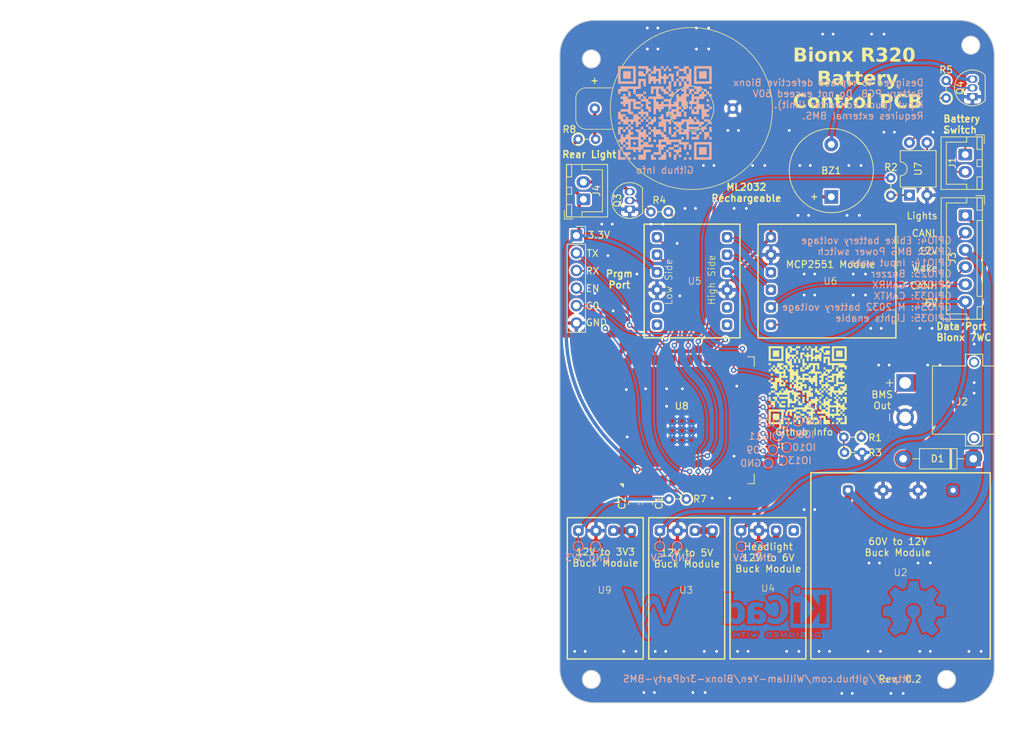
<source format=kicad_pcb>
(kicad_pcb (version 20240108) (generator "pcbnew") (generator_version "8.0")
  (title_block (date "2024-05-04") (rev "0.1") (comment 4 "AISLER Project ID: UHHHDROX"))
  (layers (0 "F.Cu" signal) (31 "B.Cu" signal) (34 "B.Paste" user) (35 "F.Paste" user) (36 "B.SilkS" user "B.Silkscreen") (37 "F.SilkS" user "F.Silkscreen") (38 "B.Mask" user) (39 "F.Mask" user) (44 "Edge.Cuts" user))
  (net 0 "")
  (net 1 "+BATT")
  (net 2 "-BATT")
  (net 3 "+12V")
  (net 4 "+5V")
  (net 5 "Net-(Q3-B)")
  (net 6 "/CAN_L")
  (net 7 "/CAN_H")
  (net 8 "/Ride+_Wakepin")
  (net 9 "+3.3V")
  (net 10 "Net-(Q4-B)")
  (net 11 "/LightsEnable_pin")
  (net 12 "/CAN_TX")
  (net 13 "/PowerSwitch_pin")
  (net 14 "/CAN_RX")
  (net 15 "/buzzer_pin")
  (net 16 "Net-(D1-K)")
  (net 17 "/batteryRead_pin")
  (net 22 "Net-(U5-HV2)")
  (net 23 "Net-(U5-HV1)")
  (net 24 "Net-(J4-Pin_2)")
  (net 25 "unconnected-(U8-SCK{slash}CLK-Pad20)")
  (net 28 "unconnected-(U8-SCS{slash}CMD-Pad19)")
  (net 29 "unconnected-(U8-SDI{slash}SD1-Pad22)")
  (net 35 "unconnected-(U8-SWP{slash}SD3-Pad18)")
  (net 36 "unconnected-(U8-IO13-Pad16)")
  (net 37 "unconnected-(U8-SDO{slash}SD0-Pad21)")
  (net 44 "unconnected-(U8-SHD{slash}SD2-Pad17)")
  (net 45 "/Power-circuitry/LightsEnable_pin")
  (net 46 "Net-(BT1-+)")
  (net 47 "Net-(BZ1--)")
  (net 48 "/TX0")
  (net 49 "/RX0")
  (net 50 "/IO0")
  (net 51 "/EN")
  (net 52 "Net-(R2-Pad1)")
  (net 53 "Net-(J1-Pin_1)")
  (net 54 "Net-(J1-Pin_2)")
  (net 57 "Headlight_power")
  (footprint "Aliexpress_Modules:MCP2551 Module" (layer "F.Cu") (at 185.293 73.406 -90)
    (property "Reference" "U6")
    (property "Value" "MCP2551_Module")
  )
  (footprint "Aliexpress_Modules:Logic Level Converter Module" (layer "F.Cu") (at 165.735001 73.406 -90)
    (property "Reference" "U5")
    (property "Value" "4-channel_LevelShifter")
  )
  (footprint "Package_DIP:DIP-4_W7.62mm" (layer "F.Cu") (at 197.25 60.94 90)
    (property "Reference" "U7")
    (property "Value" "PC817")
  )
  (footprint "Resistor_THT:R_Axial_DIN0204_L3.6mm_D1.6mm_P2.54mm_Vertical" (layer "F.Cu") (at 149.225 52.832)
    (property "Reference" "R8")
    (property "Value" "680R")
  )
  (footprint "Connector_PinSocket_2.54mm:PinSocket_1x06_P2.54mm_Vertical" (layer "F.Cu") (at 148.971 66.802)
    (property "Reference" "J5" (hide yes))
    (property "Value" "Conn_01x06")
  )
  (footprint "Connector_JST:JST_XH_B6B-XH-A_1x06_P2.50mm_Vertical" (layer "F.Cu") (at 205.359 63.881 -90)
    (property "Reference" "J3")
    (property "Value" "Conn_01x06")
  )
  (footprint "Aliexpress_Modules:Adj Buck Module" (layer "F.Cu") (at 164.8841 117.7417 180)
    (property "Reference" "U3")
    (property "Value" "Adj_Buck_Module")
  )
  (footprint "batteryHolders_custom:2032_THT" (layer "F.Cu") (at 165.638 48.387)
    (property "Reference" "BT1")
    (property "Value" "Battery_Cell")
  )
  (footprint "Capacitor_SMD:C_0805_2012Metric" (layer "F.Cu") (at 159.270803 105.577601 -90)
    (property "Reference" "C1")
    (property "Value" "10uF")
  )
  (footprint "Resistor_THT:R_Axial_DIN0204_L3.6mm_D1.6mm_P2.54mm_Vertical" (layer "F.Cu") (at 202.5694 46.863 90)
    (property "Reference" "R5")
    (property "Value" "220R")
  )
  (footprint "Logos:bionxboardGithub_qrcode" (layer "F.Cu") (at 182.499 88.519)
    (property "Reference" "G***" (hide yes))
    (property "Value" "LOGO" (hide yes))
  )
  (footprint "Package_TO_SOT_THT:TO-92_Inline" (layer "F.Cu") (at 156.697 62.992 90)
    (property "Reference" "Q3")
    (property "Value" "2N3904")
  )
  (footprint "Resistor_THT:R_Axial_DIN0204_L3.6mm_D1.6mm_P2.54mm_Vertical" (layer "F.Cu") (at 164.923 105.029 180)
    (property "Reference" "R7")
    (property "Value" "10k")
  )
  (footprint "Buzzer_Beeper:Buzzer_12x9.5RM7.6" (layer "F.Cu") (at 185.92 61.19 90)
    (property "Reference" "BZ1")
    (property "Value" "Buzzer")
  )
  (footprint "Resistor_THT:R_Axial_DIN0204_L3.6mm_D1.6mm_P2.54mm_Vertical" (layer "F.Cu") (at 187.84 98.268)
    (property "Reference" "R3")
    (property "Value" "5.1k")
  )
  (footprint "RF_Module:ESP32-WROOM-32E" (layer "F.Cu") (at 161.798 93.599 90)
    (property "Reference" "U8")
    (property "Value" "ESP32-WROOM-32D")
  )
  (footprint "Connector_JST:JST_XH_B2B-XH-A_1x02_P2.50mm_Vertical" (layer "F.Cu") (at 149.987 61.555 90)
    (property "Reference" "J4")
    (property "Value" "Conn_01x02")
  )
  (footprint "Resistor_THT:R_Axial_DIN0204_L3.6mm_D1.6mm_P2.54mm_Vertical" (layer "F.Cu") (at 162.3068 63.373 180)
    (property "Reference" "R4")
    (property "Value" "220R")
  )
  (footprint "Diode_THT:D_DO-41_SOD81_P10.16mm_Horizontal" (layer "F.Cu") (at 206.502 99.187 180)
    (property "Reference" "D1")
    (property "Value" "D")
  )
  (footprint "Aliexpress_Modules:CR-6030S Buck Module" (layer "F.Cu") (at 195.961 115.189 180)
    (property "Reference" "U2")
    (property "Value" "CR-6030S_Buck_Converter")
  )
  (footprint "Aliexpress_Modules:Adj Buck Module" (layer "F.Cu") (at 153.0731 117.7417 180)
    (property "Reference" "U9")
    (property "Value" "Adj_Buck_Module")
  )
  (footprint "SnapEDA Library:AMASS_XT30PW-M" (layer "F.Cu") (at 206.629 90.678 -90)
    (property "Reference" "J2")
    (property "Value" "XT30PW-M")
  )
  (footprint "Connector_JST:JST_XH_B2B-XH-A_1x02_P2.50mm_Vertical" (layer "F.Cu") (at 205.342 55.058 -90)
    (property "Reference" "J1")
    (property "Value" "Conn_01x02")
  )
  (footprint "Package_TO_SOT_THT:TO-92_Inline" (layer "F.Cu") (at 206.3794 46.659 90)
    (property "Reference" "Q4")
    (property "Value" "2N3904")
  )
  (footprint "Capacitor_SMD:C_0805_2012Metric" (layer "F.Cu") (at 157.2768 105.577601 -90)
    (property "Reference" "C2")
    (property "Value" "100nF")
  )
  (footprint "Resistor_THT:R_Axial_DIN0204_L3.6mm_D1.6mm_P2.54mm_Vertical" (layer "F.Cu") (at 190.28 96.05 180)
    (property "Reference" "R1")
    (property "Value" "100k")
  )
  (footprint "Aliexpress_Modules:Adj Buck Module" (layer "F.Cu") (at 176.657 117.729 180)
    (property "Reference" "U4")
    (property "Value" "Adj_Buck_Module")
  )
  (footprint "Resistor_THT:R_Axial_DIN0204_L3.6mm_D1.6mm_P2.54mm_Vertical" (layer "F.Cu") (at 194.549399 60.9806 90)
    (property "Reference" "R2")
    (property "Value" "184R")
  )
  (footprint "TestPoint:TestPoint_Pad_D1.0mm" (layer "B.Cu") (at 178.816 99.441 180)
    (property "Reference" "IO13")
    (property "Value" "TestPoint_Pad_D1.0mm")
  )
  (footprint "TestPoint:TestPoint_Pad_D1.0mm" (layer "B.Cu") (at 163.576 111.887 180)
    (property "Reference" "GND")
    (property "Value" "TestPoint_Pad_D1.0mm")
  )
  (footprint "TestPoint:TestPoint_Pad_D1.0mm" (layer "B.Cu") (at 180.213 95.631 180)
    (property "Reference" "IO6")
    (property "Value" "TestPoint_Pad_D1.0mm")
  )
  (footprint "TestPoint:TestPoint_Pad_D1.0mm" (layer "B.Cu") (at 181.102 93.726 180)
    (property "Reference" "IO8")
    (property "Value" "TestPoint_Pad_D1.0mm")
  )
  (footprint "TestPoint:TestPoint_Pad_D1.0mm" (layer "B.Cu") (at 177.419 97.917 180)
    (property "Reference" "IO9")
    (property "Value" "TestPoint_Pad_D1.0mm")
  )
  (footprint "Logos:bionxboardGithub_qrcode" (layer "B.Cu") (at 161.798 49.022 180)
    (property "Reference" "G***" (hide yes))
    (property "Value" "LOGO" (hide yes))
  )
  (footprint "TestPoint:TestPoint_Pad_D1.0mm" (layer "B.Cu") (at 151.765 111.887 180)
    (property "Reference" "GND")
    (property "Value" "TestPoint_Pad_D1.0mm")
  )
  (footprint "Logos:MyLogo_Cu" (layer "B.Cu") (at 160.02 121.666 180)
    (property "Reference" "G***" (hide yes))
    (property "Value" "LOGO" (hide yes))
  )
  (footprint "Symbol:OSHW-Symbol_8.9x8mm_Copper" (layer "B.Cu") (at 197.866 120.904 180)
    (property "Reference" "REF**" (hide yes))
    (property "Value" "OSHW-Symbol_8.9x8mm_Copper" (hide yes))
  )
  (footprint "TestPoint:TestPoint_Pad_D1.0mm" (layer "B.Cu") (at 179.07 93.98 180)
    (property "Reference" "IO7")
    (property "Value" "TestPoint_Pad_D1.0mm")
  )
  (footprint "TestPoint:TestPoint_Pad_D1.0mm" (layer "B.Cu") (at 179.451 97.536 180)
    (property "Reference" "IO10")
    (property "Value" "TestPoint_Pad_D1.0mm")
  )
  (footprint "TestPoint:TestPoint_Pad_D1.0mm" (layer "B.Cu") (at 178.181 95.885 180)
    (property "Reference" "IO11")
    (property "Value" "TestPoint_Pad_D1.0mm")
  )
  (footprint "TestPoint:TestPoint_Pad_D1.0mm" (layer "B.Cu") (at 175.387 111.887 180)
    (property "Reference" "GND")
    (property "Value" "TestPoint_Pad_D1.0mm")
  )
  (footprint "TestPoint:TestPoint_Pad_D1.0mm" (layer "B.Cu") (at 149.225 111.887 180)
    (property "Reference" "3V3")
    (property "Value" "TestPoint_Pad_D1.0mm")
  )
  (footprint "TestPoint:TestPoint_Pad_D1.0mm" (layer "B.Cu") (at 172.847 111.887 180)
    (property "Reference" "6V")
    (property "Value" "TestPoint_Pad_D1.0mm")
  )
  (footprint "TestPoint:TestPoint_Pad_D1.0mm" (layer "B.Cu") (at 161.036 111.887 180)
    (property "Reference" "5V")
    (property "Value" "TestPoint_Pad_D1.0mm")
  )
  (footprint "Symbol:KiCad-Logo2_6mm_Copper" (layer "B.Cu") (at 178.061487 120.716848 180)
    (property "Reference" "REF**" (hide yes))
    (property "Value" "KiCad-Logo2_6mm_Copper" (hide yes))
  )
  (footprint "TestPoint:TestPoint_Pad_D1.0mm" (layer "B.Cu") (at 176.784 99.822 180)
    (property "Reference" "GND")
    (property "Value" "TestPoint_Pad_D1.0mm")
  )
  (gr_arc (start 204.558 35.59) (mid 208.093534 37.054466) (end 209.558 40.59) (stroke (width 0.15)) (layer "Edge.Cuts"))
  (gr_arc (start 209.558 129.59) (mid 208.093534 133.125534) (end 204.558 134.59) (stroke (width 0.15)) (layer "Edge.Cuts"))
  (gr_circle (center 151.139999 41.191008) (end 152.439999 41.191008) (stroke (width 0.15)) (fill none) (layer "Edge.Cuts"))
  (gr_arc (start 151.558 134.59) (mid 148.022466 133.125534) (end 146.558 129.59) (stroke (width 0.15)) (layer "Edge.Cuts"))
  (gr_line (start 146.558 129.59) (end 146.558 40.59) (stroke (width 0.15)) (layer "Edge.Cuts"))
  (gr_line (start 209.558 40.59) (end 209.558 129.59) (stroke (width 0.15)) (layer "Edge.Cuts"))
  (gr_arc (start 146.558 40.59) (mid 148.022466 37.054466) (end 151.558 35.59) (stroke (width 0.15)) (layer "Edge.Cuts"))
  (gr_circle (center 202.639999 131.191008) (end 203.939999 131.191008) (stroke (width 0.15)) (fill none) (layer "Edge.Cuts"))
  (gr_circle (center 206.139999 39.191008) (end 207.439999 39.191008) (stroke (width 0.15)) (fill none) (layer "Edge.Cuts"))
  (gr_line (start 204.558 134.59) (end 151.558 134.59) (stroke (width 0.15)) (layer "Edge.Cuts"))
  (gr_line (start 151.558 35.59) (end 204.558 35.59) (stroke (width 0.15)) (layer "Edge.Cuts"))
  (gr_circle (center 151.139999 131.191008) (end 152.439999 131.191008) (stroke (width 0.15)) (fill none) (layer "Edge.Cuts"))
  (gr_text "Github Info" (at 161.798 57.912 -0) (layer "B.SilkS") (effects (font (size 1 1)) (justify bottom mirror)))
  (gr_text "https://github.com/William-Yen/Bionx-3rdParty-BMS" (at 197.739 131.699 -0) (layer "B.SilkS") (effects (font (size 1 1)) (justify left bottom mirror)))
  (gr_text "GPIO4: Ebike battery voltage\nGPIO5: BMS Power switch\nGPIO14: Input wake\nGPIO25: Buzzer\nGPIO32: CANRX\nGPIO33: CANTX\nGPIO34: ML2032 battery voltage\nGPIO35: Lights enable\n" (at 203.454 79.375 0) (layer "B.SilkS") (effects (font (size 1 1)) (justify left bottom mirror)))
  (gr_text "Designed to replace defective Bionx \nBattery PCB. Do not exceed 60V \ninput (buck converter limit).\nRequires external BMS." (at 199.39 50.038 0) (layer "B.SilkS") (effects (font (size 1 1)) (justify left bottom mirror)))
  (gr_text "GND" (at 150.241 80.01 0) (layer "F.SilkS") (effects (font (size 1 1)) (justify left bottom)))
  (gr_text "BMS\nOut" (at 193.294 92.075 0) (layer "F.SilkS") (effects (font (size 1 1)) (justify bottom)))
  (gr_text "RX" (at 150.241 72.517 0) (layer "F.SilkS") (effects (font (size 1 1)) (justify left bottom)))
  (gr_text "Battery\nSwitch" (at 202.057 52.07 0) (layer "F.SilkS") (effects (font (size 1 1) (thickness 0.2) (bold yes)) (justify left bottom)))
  (gr_text "3.3V" (at 150.495 67.31 0) (layer "F.SilkS") (effects (font (size 1 1)) (justify left bottom)))
  (gr_text "12V to 5V\nBuck Module" (at 165 115.02 0) (layer "F.SilkS") (effects (font (size 1 1)) (justify bottom)))
  (gr_text "CANH" (at 201.422 74.676 0) (layer "F.SilkS") (effects (font (size 1 1)) (justify right bottom)))
  (gr_text "CANL" (at 201.422 67.056 0) (layer "F.SilkS") (effects (font (size 1 1)) (justify right bottom)))
  (gr_text "Data Port\nBionx 7WC" (at 201.041 82.169 0) (layer "F.SilkS") (effects (font (size 1 1) (thickness 0.2) (bold yes)) (justify left bottom)))
  (gr_text "Bionx R320 \nBattery\nControl PCB" (at 189.738 48.641 0) (layer "F.SilkS") (effects (font (size 2 2) (thickness 0.2) (bold yes)) (justify bottom)))
  (gr_text "EN" (at 150.240998 75.057 0) (layer "F.SilkS") (effects (font (size 1 1)) (justify left bottom)))
  (gr_text "MCP2551 Module" (at 185.84 71.58 0) (layer "F.SilkS") (effects (font (size 1 1)) (justify bottom)))
  (gr_text "Wake" (at 201.422001 72.135999 0) (layer "F.SilkS") (effects (font (size 1 1)) (justify right bottom)))
  (gr_text "12V" (at 201.422 69.596001 0) (layer "F.SilkS") (effects (font (size 1 1)) (justify right bottom)))
  (gr_text "Rear Light" (at 146.812 55.626 0) (layer "F.SilkS") (effects (font (size 1 1) (thickness 0.2) (bold yes)) (justify left bottom)))
  (gr_text "Rev. 0.2" (at 192.659 131.73 -0) (layer "F.SilkS") (effects (font (size 1 1)) (justify left bottom)))
  (gr_text "Prgm\nPort" (at 155.194 74.549 0) (layer "F.SilkS") (effects (font (size 1 1) (thickness 0.2) (bold yes)) (justify bottom)))
  (gr_text "ML2032\nRechargeable" (at 173.609 61.976 0) (layer "F.SilkS") (effects (font (size 1 1) (thickness 0.2) (bold yes)) (justify bottom)))
  (gr_text "Lights" (at 201.422 64.516 0) (layer "F.SilkS") (effects (font (size 1 1)) (justify right bottom)))
  (gr_text "5V" (at 201.422 77.216 0) (layer "F.SilkS") (effects (font (size 1 1)) (justify right bottom)))
  (gr_text "60V to 12V\nBuck Module" (at 195.56 113.38 0) (layer "F.SilkS") (effects (font (size 1 1)) (justify bottom)))
  (gr_text "Headlight\n12V to 6V\nBuck Module" (at 176.8 115.73 0) (layer "F.SilkS") (effects (font (size 1 1)) (justify bottom)))
  (gr_text "12V to 3V3\nBuck Module" (at 153.189 114.893 0) (layer "F.SilkS") (effects (font (size 1 1)) (justify bottom)))
  (gr_text "Github Info" (at 181.991 95.885 0) (layer "F.SilkS") (effects (font (size 1 1)) (justify bottom)))
  (gr_text "G0" (at 150.241 77.597 0) (layer "F.SilkS") (effects (font (size 1 1)) (justify left bottom)))
  (gr_text "TX" (at 150.368 69.977 0) (layer "F.SilkS") (effects (font (size 1 1)) (justify left bottom)))
  (segment (start 190.799369 94.06163) (end 196.609908 88.251091) (width 0.2) (layer "F.Cu") (net 1))
  (segment (start 197.5485 99.187) (end 196.342 99.187) (width 2.5) (layer "F.Cu") (net 1))
  (segment (start 200.936006 89.303006) (end 201.1245 89.4915) (width 2.5) (layer "F.Cu") (net 1))
  (segment (start 199.608124 98.333875) (end 200.844207 97.097792) (width 2.5) (layer "F.Cu") (net 1))
  (segment (start 190.28 95.3155) (end 190.28 96.05) (width 0.2) (layer "F.Cu") (net 1))
  (segment (start 202.438 92.662569) (end 202.438 93.250036) (width 2.5) (layer "F.Cu") (net 1))
  (segment (start 198.22 88.178) (end 196.656 88.178) (width 2.5) (layer "F.Cu") (net 1))
  (arc (start 199.608124 98.333875) (mid 198.66316 98.96528) (end 197.5485 99.187) (width 2.5) (layer "F.Cu") (net 1))
  (arc (start 202.438 93.250036) (mid 202.023786 95.332426) (end 200.844207 97.097792) (width 2.5) (layer "F.Cu") (net 1))
  (arc (start 190.799369 94.06163) (mid 190.414979 94.63691) (end 190.28 95.3155) (width 0.2) (layer "F.Cu") (net 1))
  (arc (start 196.629 88.205) (mid 196.624038 88.229944) (end 196.609908 88.251091) (width 0.2) (layer "F.Cu") (net 1))
  (arc (start 196.656 88.178) (mid 196.636908 88.185908) (end 196.629 88.205) (width 2.5) (layer "F.Cu") (net 1))
  (arc (start 201.1245 89.4915) (mid 202.096632 90.946398) (end 202.438 92.662569) (width 2.5) (layer "F.Cu") (net 1))
  (arc (start 200.936006 89.303006) (mid 199.689892 88.470379) (end 198.22 88.178) (width 2.5) (layer "F.Cu") (net 1))
  (segment (start 176.022 99.314) (end 174.298 99.314) (width 0.2) (layer "F.Cu") (net 2))
  (via (at 184.658 37.592) (size 0.8) (drill 0.4) (layers "F.Cu" "B.Cu") (net 2))
  (via (at 166.37 39.751) (size 0.8) (drill 0.4) (layers "F.Cu" "B.Cu") (net 2))
  (via (at 188.468 56.642) (size 0.8) (drill 0.4) (layers "F.Cu" "B.Cu") (net 2))
  (via (at 157.734 72.39) (size 0.8) (drill 0.4) (layers "F.Cu" "B.Cu") (net 2))
  (via (at 191.389 114.3) (size 0.8) (drill 0.4) (layers "F.Cu" "B.Cu") (net 2))
  (via (at 207.645 127.127) (size 0.8) (drill 0.4) (layers "F.Cu" "B.Cu") (net 2))
  (via (at 191.77 37.592) (size 0.8) (drill 0.4) (layers "F.Cu" "B.Cu") (net 2))
  (via (at 181.102 63.881) (size 0.8) (drill 0.4) (layers "F.Cu" "B.Cu") (net 2))
  (via (at 151.638 75.184) (size 0.8) (drill 0.4) (layers "F.Cu" "B.Cu") (net 2))
  (via (at 182.88 56.642) (size 0.8) (drill 0.4) (layers "F.Cu" "B.Cu") (net 2))
  (via (at 154.178 65.151) (size 0.8) (drill 0.4) (layers "F.Cu" "B.Cu") (net 2))
  (via (at 168.91 56.642) (size 0.8) (drill 0.4) (layers "F.Cu" "B.Cu") (net 2))
  (via (at 161.544 65.151) (size 0.8) (drill 0.4) (layers "F.Cu" "B.Cu") (net 2))
  (via (at 158.75 133.096) (size 0.8) (drill 0.4) (layers "F.Cu" "B.Cu") (net 2))
  (via (at 192.913 114.3) (size 0.8) (drill 0.4) (layers "F.Cu" "B.Cu") (net 2))
  (via (at 190.881 75.438) (size 0.8) (drill 0.4) (layers "F.Cu" "B.Cu") (net 2))
  (via (at 181.991 75.438) (size 0.8) (drill 0.4) (layers "F.Cu" "B.Cu") (net 2))
  (via (at 164.338 89.027) (size 0.8) (drill 0.4) (layers "F.Cu" "B.Cu") (net 2))
  (via (at 182.626 63.881) (size 0.8) (drill 0.4) (layers "F.Cu" "B.Cu") (net 2))
  (via (at 183.515 106.553) (size 0.8) (drill 0.4) (layers "F.Cu" "B.Cu") (net 2))
  (via (at 167.513 127.127) (size 0.8) (drill 0.4) (layers "F.Cu" "B.Cu") (net 2))
  (via (at 153.543 69.723) (size 0.8) (drill 0.4) (layers "F.Cu" "B.Cu") (net 2))
  (via (at 183.515 72.39) (size 0.8) (drill 0.4) (layers "F.Cu" "B.Cu") (net 2))
  (via (at 193.548 51.816) (size 0.8) (drill 0.4) (layers "F.Cu" "B.Cu") (net 2))
  (via (at 171.831 62.865) (size 0.8) (drill 0.4) (layers "F.Cu" "B.Cu") (net 2))
  (via (at 200.533 80.264) (size 0.8) (drill 0.4) (layers "F.Cu" "B.Cu") (net 2))
  (via (at 184.15 127.127) (size 0.8) (drill 0.4) (layers "F.Cu" "B.Cu") (net 2))
  (via (at 173.863 127.127) (size 0.8) (drill 0.4) (layers "F.Cu" "B.Cu") (net 2))
  (via (at 205.867 127.127) (size 0.8) (drill 0.4) (layers "F.Cu" "B.Cu") (net 2))
  (via (at 160.274 133.096) (size 0.8) (drill 0.4) (layers "F.Cu" "B.Cu") (net 2))
  (via (at 166.37 36.703) (size 0.8) (drill 0.4) (layers "F.Cu" "B.Cu") (net 2))
  (via (at 206.629 80.771999) (size 0.8) (drill 0.4) (layers "F.Cu" "B.Cu") (net 2))
  (via (at 159.258 39.751) (size 0.8) (drill 0.4) (layers "F.Cu" "B.Cu") (net 2))
  (via (at 206.629 89.662) (size 0.8) (drill 0.4) (layers "F.Cu" "B.Cu") (net 2))
  (via (at 191.262 127.127) (size 0.8) (drill 0.4) (layers "F.Cu" "B.Cu") (net 2))
  (via (at 179.832 51.562) (size 0.8) (drill 0.4) (layers "F.Cu" "B.Cu") (net 2))
  (via (at 173.609 62.865) (size 0.8) (drill 0.4) (layers "F.Cu" "B.Cu") (net 2))
  (via (at 202.438 51.816) (size 0.8) (drill 0.4) (layers "F.Cu" "B.Cu") (net 2))
  (via (at 192.786 85.598) (size 0.8) (drill 0.4) (layers "F.Cu" "B.Cu") (net 2))
  (via (at 193.548 37.592) (size 0.8) (drill 0.4) (layers "F.Cu" "B.Cu") (net 2))
  (via (at 169.291 127.127) (size 0.8) (drill 0.4) (layers "F.Cu" "B.Cu") (net 2))
  (via (at 200.66 51.816) (size 0.8) (drill 0.4) (layers "F.Cu" "B.Cu") (net 2))
  (via (at 190.246 56.642) (size 0.8) (drill 0.4) (layers "F.Cu" "B.Cu") (net 2))
  (via (at 187.452 133.223) (size 0.8) (drill 0.4) (layers "F.Cu" "B.Cu") (net 2))
  (via (at 181.356 56.642) (size 0.8) (drill 0.4) (layers "F.Cu" "B.Cu") (net 2))
  (via (at 168.656 104.902) (size 0.8) (drill 0.4) (layers "F.Cu" "B.Cu") (net 2))
  (via (at 172.466 51.562) (size 0.8) (drill 0.4) (layers "F.Cu" "B.Cu") (net 2))
  (via (at 189.103 72.39) (size 0.8) (drill 0.4) (layers "F.Cu" "B.Cu") (net 2))
  (via (at 148.717 127.127) (size 0.8) (drill 0.4) (layers "F.Cu" "B.Cu") (net 2))
  (via (at 157.607 127.127) (size 0.8) (drill 0.4) (layers "F.Cu" "B.Cu") (net 2))
  (via (at 159.766 65.151) (size 0.8) (drill 0.4) (layers "F.Cu" "B.Cu") (net 2))
  (via (at 160.782 39.751) (size 0.8) (drill 0.4) (layers "F.Cu" "B.Cu") (net 2))
  (via (at 201.676 85.598) (size 0.8) (drill 0.4) (layers "F.Cu" "B.Cu") (net 2))
  (via (at 199.898 85.598) (size 0.8) (drill 0.4) (layers "F.Cu" "B.Cu") (net 2))
  (via (at 206.629 82.55) (size 0.8) (drill 0.4) (layers "F.Cu" "B.Cu") (net 2))
  (via (at 183.515 75.438) (size 0.8) (drill 0.4) (layers "F.Cu" "B.Cu") (net 2))
  (via (at 186.182 37.592) (size 0.8) (drill 0.4) (layers "F.Cu" "B.Cu") (net 2))
  (via (at 179.451 127.127) (size 0.8) (drill 0.4) (layers "F.Cu" "B.Cu") (net 2))
  (via (at 174.498 56.642) (size 0.8) (drill 0.4) (layers "F.Cu" "B.Cu") (net 2))
  (via (at 160.782 36.703) (size 0.8) (drill 0.4) (layers "F.Cu" "B.Cu") (net 2))
  (via (at 168.148 39.751) (size 0.8) (drill 0.4) (layers "F.Cu" "B.Cu") (net 2))
  (via (at 189.103 75.438) (size 0.8) (drill 0.4) (layers "F.Cu" "B.Cu") (net 2))
  (via (at 206.629 88.138) (size 0.8) (drill 0.4) (layers "F.Cu" "B.Cu") (net 2))
  (via (at 156.21 89.154) (size 0.8) (drill 0.4) (layers "F.Cu" "B.Cu") (net 2))
  (via (at 196.342 133.223) (size 0.8) (drill 0.4) (layers "F.Cu" "B.Cu") (net 2))
  (via (at 171.196 104.902) (size 0.8) (drill 0.4) (layers "F.Cu" "B.Cu") (net 2))
  (via (at 194.31 85.598) (size 0.8) (drill 0.4) (layers "F.Cu" "B.Cu") (net 2))
  (via (at 181.229 127.127) (size 0.8) (drill 0.4) (layers "F.Cu" "B.Cu") (net 2))
  (via (at 190.881 72.39) (size 0.8) (drill 0.4) (layers "F.Cu" "B.Cu") (net 2))
  (via (at 188.214 63.881) (size 0.8) (drill 0.4) (layers "F.Cu" "B.Cu") (net 2))
  (via (at 191.643 80.264) (size 0.8) (drill 0.4) (layers "F.Cu" "B.Cu") (net 2))
  (via (at 171.831 98.806) (size 0.8) (drill 0.4) (layers "F.Cu" "B.Cu") (net 2))
  (via (at 167.64 133.096) (size 0.8) (drill 0.4) (layers "F.Cu" "B.Cu") (net 2))
  (via (at 150.241 127.127) (size 0.8) (drill 0.4) (layers "F.Cu" "B.Cu") (net 2))
  (via (at 159.004 89.027) (size 0.8) (drill 0.4) (layers "F.Cu" "B.Cu") (net 2))
  (via (at 160.401 127.127) (size 0.8) (drill 0.4) (layers "F.Cu" "B.Cu") (net 2))
  (via (at 198.755 80.264) (size 0.8) (drill 0.4) (layers "F.Cu" "B.Cu") (net 2))
  (via (at 200.279 127.127) (size 0.8) (drill 0.4) (layers "F.Cu" "B.Cu") (net 2))
  (via (at 156.337 96.012) (size 0.8) (drill 0.4) (layers "F.Cu" "B.Cu") (net 2))
  (via (at 198.501 114.3) (size 0.8) (drill 0.4) (layers "F.Cu" "B.Cu") (net 2))
  (via (at 168.148 36.703) (size 0.8) (drill 0.4) (layers "F.Cu" "B.Cu") (net 2))
  (via (at 161.925 127.127) (size 0.8) (drill 0.4) (layers "F.Cu" "B.Cu") (net 2))
  (via (at 185.674 127.127) (size 0.8) (drill 0.4) (layers "F.Cu" "B.Cu") (net 2))
  (via (at 198.755 127.127) (size 0.8) (drill 0.4) (layers "F.Cu" "B.Cu") (net 2))
  (via (at 193.04 127.127) (size 0.8) (drill 0.4) (layers "F.Cu" "B.Cu") (net 2))
  (via (at 162.052 89.027) (size 0.8) (drill 0.4) (layers "F.Cu" "B.Cu") (net 2))
  (via (at 188.976 133.223) (size 0.8) (drill 0.4) (layers "F.Cu" "B.Cu") (net 2))
  (via (at 181.991 106.553) (size 0.8) (drill 0.4) (layers "F.Cu" "B.Cu") (net 2))
  (via (at 172.339 127.127) (size 0.8) (drill 0.4) (layers "F.Cu" "B.Cu") (net 2))
  (via (at 159.258 36.703) (size 0.8) (drill 0.4) (layers "F.Cu" "B.Cu") (net 2))
  (via (at 170.942 51.562) (size 0.8) (drill 0.4) (layers "F.Cu" "B.Cu") (net 2))
  (via (at 176.276 56.642) (size 0.8) (drill 0.4) (layers "F.Cu" "B.Cu") (net 2))
  (via (at 195.072 51.816) (size 0.8) (drill 0.4) (layers "F.Cu" "B.Cu") (net 2))
  (via (at 193.167 80.264) (size 0.8) (drill 0.4) (layers "F.Cu" "B.Cu") (net 2))
  (via (at 189.992 63.881) (size 0.8) (drill 0.4) (layers "F.Cu" "B.Cu") (net 2))
  (via (at 162.052 91.567) (size 0.8) (drill 0.4) (layers "F.Cu" "B.Cu") (net 2))
  (via (at 176.022 99.314) (size 0.8) (drill 0.4) (layers "F.Cu" "B.Cu") (net 2))
  (via (at 200.279 114.3) (size 0.8) (drill 0.4) (layers "F.Cu" "B.Cu") (net 2))
  (via (at 163.957 75.565) (size 0.8) (drill 0.4) (layers "F.Cu" "B.Cu") (net 2))
  (via (at 163.576 67.945) (size 0.8) (drill 0.4) (layers "F.Cu" "B.Cu") (net 2))
  (via (at 194.564 133.223) (size 0.8) (drill 0.4) (layers "F.Cu" "B.Cu") (net 2))
  (via (at 154.305 77.724) (size 0.8) (drill 0.4) (layers "F.Cu" "B.Cu") (net 2))
  (via (at 167.386 56.642) (size 0.8) (drill 0.4) (layers "F.Cu" "B.Cu") (net 2))
  (via (at 164.719 62.865) (size 0.8) (drill 0.4) (layers "F.Cu" "B.Cu") (net 2))
  (via (at 152.654 65.151) (size 0.8) (drill 0.4) (layers "F.Cu" "B.Cu") (net 2))
  (via (at 155.829 127.127) (size 0.8) (drill 0.4) (layers "F.Cu" "B.Cu") (net 2))
  (via (at 181.991 72.39) (size 0.8) (drill 0.4) (layers "F.Cu" "B.Cu") (net 2))
  (via (at 172.212 88.646) (size 0.8) (drill 0.4) (layers "F.Cu" "B.Cu") (net 2))
  (via (at 165.862 133.096) (size 0.8) (drill 0.4) (layers "F.Cu" "B.Cu") (net 2))
  (via (at 166.243 62.865) (size 0.8) (drill 0.4) (layers "F.Cu" "B.Cu") (net 2))
  (segment (start 176.022 99.314) (end 176.022 99.3775) (width 0.2) (layer "B.Cu") (net 2))
  (arc (start 176.022 99.3775) (mid 176.033669 99.436166) (end 176.066901 99.485901) (width 0.2) (layer "B.Cu") (net 2))
  (segment (start 168.35755 112.05845) (end 168.11625 112.29975) (width 1) (layer "F.Cu") (net 3))
  (segment (start 169.11955 111.96955) (end 169.44975 112.29975) (width 1) (layer "F.Cu") (net 3))
  (segment (start 177.927001 109.601) (end 177.927001 111.823499) (width 1) (layer "F.Cu") (net 3))
  (segment (start 175.305465 113.538) (end 175.133 113.538) (width 1) (layer "F.Cu") (net 3))
  (segment (start 168.6941 109.6137) (end 168.6941 110.942422) (width 1) (layer "F.Cu") (net 3))
  (segment (start 179.260499 112.267999) (end 178.3715 112.267999) (width 1) (layer "F.Cu") (net 3))
  (segment (start 157.7756 112.5636) (end 158.022599 112.810599) (width 1) (layer "F.Cu") (net 3))
  (segment (start 168.346203 112.2045) (end 169.219796 112.2045) (width 1) (layer "F.Cu") (net 3))
  (segment (start 179.260499 112.267999) (end 181.482354 112.267999) (width 1) (layer "F.Cu") (net 3))
  (segment (start 165.396282 113.538) (end 161.8361 113.538) (width 1) (layer "F.Cu") (net 3))
  (segment (start 188.341 104.817717) (end 188.341 103.759) (width 1) (layer "F.Cu") (net 3))
  (segment (start 161.8361 113.538) (end 159.7787 113.538) (width 1) (layer "F.Cu") (net 3))
  (segment (start 168.6941 111.245946) (end 168.6941 109.6137) (width 1) (layer "F.Cu") (net 3))
  (segment (start 169.64025 112.49025) (end 169.44975 112.29975) (width 1) (layer "F.Cu") (net 3))
  (segment (start 177.927001 109.601) (end 177.927001 110.750382) (width 1) (layer "F.Cu") (net 3))
  (segment (start 168.6941 109.6137) (end 166.154101 109.6137) (width 1) (layer "F.Cu") (net 3))
  (segment (start 178.501691 111.95369) (end 178.3715 111.823499) (width 1) (layer "F.Cu") (net 3))
  (segment (start 169.44975 112.29975) (end 169.64025 112.49025) (width 1) (layer "F.Cu") (net 3))
  (segment (start 168.11625 112.29975) (end 167.92575 112.49025) (width 1) (layer "F.Cu") (net 3))
  (segment (start 167.92575 112.49025) (end 168.11625 112.29975) (width 1) (layer "F.Cu") (net 3))
  (segment (start 175.133 113.538) (end 172.169653 113.538) (width 1) (layer "F.Cu") (net 3))
  (segment (start 157.0482 110.8075) (end 157.0482 109.895543) (width 1) (layer "F.Cu") (net 3))
  (segment (start 156.766356 109.6137) (end 154.343101 109.6137) (width 1) (layer "F.Cu") (net 3))
  (arc (start 168.6941 111.245946) (mid 168.606633 111.68567) (end 168.35755 112.05845) (width 1) (layer "F.Cu") (net 3))
  (arc (start 177.927001 111.823499) (mid 178.057191 112.137807) (end 178.3715 112.267999) (width 1) (layer "F.Cu") (net 3))
  (arc (start 168.346203 112.2045) (mid 168.221753 112.229254) (end 168.11625 112.29975) (width 1) (layer "F.Cu") (net 3))
  (arc (start 186.036338 110.38166) (mid 183.946937 111.777763) (end 181.482354 112.267999) (width 1) (layer "F.Cu") (net 3))
  (arc (start 158.022599 112.810599) (mid 158.828305 113.348954) (end 159.7787 113.538) (width 1) (layer "F.Cu") (net 3))
  (arc (start 169.44975 112.29975) (mid 169.44975 112.29975) (end 169.44975 112.29975) (width 1) (layer "F.Cu") (net 3))
  (arc (start 178.3715 112.267999) (mid 177.960836 112.349684) (end 177.612692 112.582307) (width 1) (layer "F.Cu") (net 3))
  (arc (start 168.11625 112.29975) (mid 168.11625 112.29975) (end 168.11625 112.29975) (width 1) (layer "F.Cu") (net 3))
  (arc (start 188.341 104.817717) (mid 187.742038 107.828902) (end 186.036338 110.38166) (width 1) (layer "F.Cu") (net 3))
  (arc (start 157.0482 110.8075) (mid 157.237245 111.757894) (end 157.7756 112.5636) (width 1) (layer "F.Cu") (net 3))
  (arc (start 169.64025 112.49025) (mid 170.800784 113.265715) (end 172.169653 113.538) (width 1) (layer "F.Cu") (net 3))
  (arc (start 168.6941 110.942422) (mid 168.80467 111.498299) (end 169.11955 111.96955) (width 1) (layer "F.Cu") (net 3))
  (arc (start 156.96565 109.69625) (mid 156.874213 109.635154) (end 156.766356 109.6137) (width 1) (layer "F.Cu") (net 3))
  (arc (start 177.927001 110.750382) (mid 178.042522 111.331149) (end 178.3715 111.823499) (width 1) (layer "F.Cu") (net 3))
  (arc (start 178.3715 112.267999) (mid 178.541602 112.154339) (end 178.501691 111.95369) (width 1) (layer "F.Cu") (net 3))
  (arc (start 177.612692 112.582307) (mid 176.55412 113.289627) (end 175.305465 113.538) (width 1) (layer "F.Cu") (net 3))
  (arc (start 167.92575 112.49025) (mid 166.765211 113.265703) (end 165.396282 113.538) (width 1) (layer "F.Cu") (net 3))
  (arc (start 156.96565 109.69625) (mid 157.026745 109.787686) (end 157.0482 109.895543) (width 1) (layer "F.Cu") (net 3))
  (arc (start 169.44975 112.29975) (mid 169.344246 112.229254) (end 169.219796 112.2045) (width 1) (layer "F.Cu") (net 3))
  (arc (start 178.501691 111.95369) (mid 178.849835 112.186312) (end 179.260499 112.267999) (width 1) (layer "F.Cu") (net 3))
  (arc (start 177.612692 112.582307) (mid 177.845314 112.234163) (end 177.927001 111.823499) (width 1) (layer "F.Cu") (net 3))
  (segment (start 208.534 101.295799) (end 208.534 74.301064) (width 1) (layer "B.Cu") (net 3))
  (segment (start 206.9465 70.4685) (end 205.359 68.881) (width 1) (layer "B.Cu") (net 3))
  (segment (start 190.680839 106.098839) (end 188.341 103.759) (width 1) (layer "B.Cu") (net 3))
  (arc (start 190.680839 106.098839) (mid 194.841354 108.878806) (end 199.749064 109.855) (width 1) (layer "B.Cu") (net 3))
  (arc (start 206.9465 70.4685) (mid 208.121422 72.226895) (end 208.534 74.301064) (width 1) (layer "B.Cu") (net 3))
  (arc (start 208.534 101.295799) (mid 207.894625 104.510159) (end 206.073784 107.235215) (width 1) (layer "B.Cu") (net 3))
  (arc (start 206.073784 107.235215) (mid 203.171978 109.174141) (end 199.749064 109.855) (width 1) (layer "B.Cu") (net 3))
  (segment (start 177.165 67.056) (end 172.982927 71.238072) (width 0.5) (layer "F.Cu") (net 4))
  (segment (start 180.857473 61.19) (end 185.92 61.19) (width 0.5) (layer "F.Cu") (net 4))
  (segment (start 177.165 64.882473) (end 177.165 67.056) (width 0.5) (layer "F.Cu") (net 4))
  (arc (start 180.857473 61.19) (mid 179.444424 61.471072) (end 178.2465 62.2715) (width 0.5) (layer "F.Cu") (net 4))
  (arc (start 178.2465 62.2715) (mid 177.446072 63.469424) (end 177.165 64.882473) (width 0.5) (layer "F.Cu") (net 4))
  (arc (start 172.982927 71.238072) (mid 171.988336 71.902636) (end 170.815001 72.136) (width 0.5) (layer "F.Cu") (net 4))
  (segment (start 174.784036 106.807) (end 166.382603 106.807) (width 0.5) (layer "B.Cu") (net 4))
  (segment (start 171.635567 72.956566) (end 170.815001 72.136) (width 0.5) (layer "B.Cu") (net 4))
  (segment (start 177.847804 82.0674) (end 183.892479 82.0674) (width 0.5) (layer "B.Cu") (net 4))
  (segment (start 193.302337 98.543662) (end 194.098245 97.747754) (width 0.5) (layer "B.Cu") (net 4))
  (segment (start 205.359 76.381) (end 205.359 84.870885) (width 0.5) (layer "B.Cu") (net 4))
  (segment (start 205.359 76.381) (end 197.620659 76.381) (width 0.5) (layer "B.Cu") (net 4))
  (segment (start 161.0741 111.821959) (end 161.0741 109.6137) (width 0.25) (layer "B.Cu") (net 4))
  (segment (start 187.040485 101.137404) (end 185.870318 101.137404) (width 0.5) (layer "B.Cu") (net 4))
  (segment (start 161.05505 111.86795) (end 161.036 111.887) (width 0.25) (layer "B.Cu") (net 4))
  (segment (start 161.0741 109.6137) (end 162.111758 108.576042) (width 0.5) (layer "B.Cu") (net 4))
  (segment (start 180.47121 103.373788) (end 178.631792 105.213207) (width 0.5) (layer "B.Cu") (net 4))
  (arc (start 197.6755 96.266) (mid 195.739513 96.651096) (end 194.098245 97.747754) (width 0.5) (layer "B.Cu") (net 4))
  (arc (start 161.0741 111.821959) (mid 161.069149 111.846849) (end 161.05505 111.86795) (width 0.25) (layer "B.Cu") (net 4))
  (arc (start 178.631792 105.213207) (mid 176.866426 106.392786) (end 174.784036 106.807) (width 0.5) (layer "B.Cu") (net 4))
  (arc (start 193.302337 98.543662) (mid 190.429375 100.463313) (end 187.040485 101.137404) (width 0.5) (layer "B.Cu") (net 4))
  (arc (start 201.252731 94.784268) (mid 199.61149 95.88091) (end 197.6755 96.266) (width 0.5) (layer "B.Cu") (net 4))
  (arc (start 173.6852 77.90479) (mid 174.002059 79.497752) (end 174.9044 80.8482) (width 0.5) (layer "B.Cu") (net 4))
  (arc (start 166.382603 106.807) (mid 164.071238 107.266759) (end 162.111758 108.576042) (width 0.5) (layer "B.Cu") (net 4))
  (arc (start 174.9044 80.8482) (mid 176.254847 81.750541) (end 177.847804 82.0674) (width 0.5) (layer "B.Cu") (net 4))
  (arc (start 205.359 84.870885) (mid 204.29182 90.235959) (end 201.252731 94.784268) (width 0.5) (layer "B.Cu") (net 4))
  (arc (start 197.620659 76.381) (mid 194.042789 77.092683) (end 191.009616 79.119383) (width 0.5) (layer "B.Cu") (net 4))
  (arc (start 191.009616 79.119383) (mid 187.744244 81.301236) (end 183.892479 82.0674) (width 0.5) (layer "B.Cu") (net 4))
  (arc (start 185.870318 101.137404) (mid 182.948342 101.718621) (end 180.47121 103.373788) (width 0.5) (layer "B.Cu") (net 4))
  (arc (start 171.635567 72.956566) (mid 173.152519 75.226844) (end 173.6852 77.90479) (width 0.5) (layer "B.Cu") (net 4))
  (segment (start 158.61742 62.22362) (end 159.7668 63.373) (width 0.25) (layer "F.Cu") (net 5))
  (segment (start 157.406399 61.721999) (end 156.697 61.721999) (width 0.25) (layer "F.Cu") (net 5))
  (arc (start 158.61742 62.22362) (mid 158.061798 61.852366) (end 157.406399 61.721999) (width 0.25) (layer "F.Cu") (net 5))
  (segment (start 202.462614 69.277385) (end 205.359 66.381) (width 0.25) (layer "F.Cu") (net 6))
  (arc (start 202.462614 69.277385) (mid 190.855969 77.032697) (end 177.165 79.756) (width 0.25) (layer "F.Cu") (net 6))
  (segment (start 185.21634 73.881) (end 205.359 73.881) (width 0.25) (layer "B.Cu") (net 7))
  (arc (start 185.21634 73.881) (mid 180.859009 74.747727) (end 177.165 77.216) (width 0.25) (layer "B.Cu") (net 7))
  (segment (start 171.778 102.57925) (end 171.778 102.349) (width 0.25) (layer "F.Cu") (net 8))
  (segment (start 197.984341 78.755658) (end 205.359 71.381) (width 0.25) (layer "F.Cu") (net 8))
  (segment (start 178.562 98.809738) (end 178.562 97.13952) (width 0.25) (layer "F.Cu") (net 8))
  (segment (start 174.134501 104.013) (end 173.998158 104.013) (width 0.25) (layer "F.Cu") (net 8))
  (segment (start 184.704116 84.256483) (end 183.328552 85.632047) (width 0.25) (layer "F.Cu") (net 8))
  (segment (start 172.262615 103.294115) (end 171.940811 102.972311) (width 0.25) (layer "F.Cu") (net 8))
  (segment (start 176.489451 103.037549) (end 177.038 102.489) (width 0.25) (layer "F.Cu") (net 8))
  (arc (start 172.262615 103.294115) (mid 173.058889 103.826168) (end 173.998158 104.013) (width 0.25) (layer "F.Cu") (net 8))
  (arc (start 197.984341 78.755658) (mid 194.625549 80.999927) (end 190.663563 81.788) (width 0.25) (layer "F.Cu") (net 8))
  (arc (start 183.328552 85.632047) (mid 179.800787 90.91172) (end 178.562 97.13952) (width 0.25) (layer "F.Cu") (net 8))
  (arc (start 176.489451 103.037549) (mid 175.408991 103.759489) (end 174.134501 104.013) (width 0.25) (layer "F.Cu") (net 8))
  (arc (start 190.663563 81.788) (mid 187.438318 82.429545) (end 184.704116 84.256483) (width 0.25) (layer "F.Cu") (net 8))
  (arc (start 178.562 98.809738) (mid 178.165925 100.80094) (end 177.038 102.489) (width 0.25) (layer "F.Cu") (net 8))
  (arc (start 171.778 102.57925) (mid 171.820313 102.791973) (end 171.940811 102.972311) (width 0.25) (layer "F.Cu") (net 8))
  (segment (start 205.506 71.14) (end 204.995 71.14) (width 1) (layer "B.Cu") (net 8))
  (segment (start 159.956032 105.029) (end 162.383 105.029) (width 0.5) (layer "F.Cu") (net 9))
  (segment (start 158.883401 104.627602) (end 158.108598 104.627602) (width 0.5) (layer "F.Cu") (net 9))
  (segment (start 158.1204 103.9676) (end 158.4452 104.2924) (width 0.25) (layer "F.Cu") (net 9))
  (segment (start 157.808 103.6574) (end 157.808 102.349) (width 0.5) (layer "F.Cu") (net 9))
  (segment (start 159.471502 104.828301) (end 159.444185 104.800984) (width 0.5) (layer "F.Cu") (net 9))
  (segment (start 149.1615 66.6115) (end 148.971 66.802) (width 0.5) (layer "F.Cu") (net 9))
  (segment (start 162.888 101.782173) (end 162.888 102.349) (width 0.25) (layer "F.Cu") (net 9))
  (segment (start 157.880832 104.012434) (end 158.222065 104.353667) (width 0.25) (layer "F.Cu") (net 9))
  (segment (start 157.808 103.991201) (end 157.808 103.9622) (width 0.5) (layer "F.Cu") (net 9))
  (segment (start 147.9042 56.02064) (end 147.9042 57.999437) (width 0.5) (layer "F.Cu") (net 9))
  (segment (start 157.808 103.9622) (end 157.808 103.8098) (width 0.5) (layer "F.Cu") (net 9))
  (segment (start 158.0736 104.362002) (end 157.882388 104.17079) (width 0.25) (layer "F.Cu") (net 9))
  (segment (start 157.808 103.8098) (end 157.808 103.6574) (width 0.5) (layer "F.Cu") (net 9))
  (segment (start 157.808 100.740155) (end 157.808 102.349) (width 0.25) (layer "F.Cu") (net 9))
  (segment (start 161.842226 100.7364) (end 157.8102 100.7364) (width 0.25) (layer "F.Cu") (net 9))
  (segment (start 157.8091 100.7375) (end 157.8102 100.7364) (width 0.25) (layer "F.Cu") (net 9))
  (segment (start 157.808 103.836601) (end 157.808 103.8098) (width 0.25) (layer "F.Cu") (net 9))
  (segment (start 157.9234 103.886) (end 157.8842 103.886) (width 0.25) (layer "F.Cu") (net 9))
  (segment (start 158.714815 104.627602) (end 159.025602 104.627602) (width 0.25) (layer "F.Cu") (net 9))
  (segment (start 157.542399 104.362001) (end 157.733611 104.17079) (width 0.5) (layer "F.Cu") (net 9))
  (segment (start 158.607019 104.454219) (end 158.269811 104.117011) (width 0.5) (layer "F.Cu") (net 9))
  (segment (start 149.6695 61.2375) (end 148.9456 60.5136) (width 0.5) (layer "F.Cu") (net 9))
  (segment (start 149.352 62.639012) (end 149.352 66.151592) (width 0.5) (layer "F.Cu") (net 9))
  (segment (start 158.1204 103.9676) (end 158.607019 104.454219) (width 0.25) (layer "F.Cu") (net 9))
  (segment (start 157.808 103.6574) (end 157.808 103.8098) (width 0.5) (layer "F.Cu") (net 9))
  (segment (start 157.808 103.0021) (end 157.808 102.349) (width 0.5) (layer "F.Cu") (net 9))
  (segment (start 158.108598 104.627602) (end 157.652415 104.627602) (width 0.5) (layer "F.Cu") (net 9))
  (segment (start 158.883401 104.627602) (end 159.025602 104.627602) (width 0.5) (layer "F.Cu") (net 9))
  (via (at 157.8102 100.7364) (size 0.8) (drill 0.4) (layers "F.Cu" "B.Cu") (net 9))
  (arc (start 162.5817 101.0427) (mid 162.808395 101.381973) (end 162.888 101.782173) (width 0.25) (layer "F.Cu") (net 9))
  (arc (start 157.808 103.8098) (mid 157.808 103.8098) (end 157.808 103.8098) (width 0.25) (layer "F.Cu") (net 9))
  (arc (start 159.471502 104.828301) (mid 159.693806 104.97684) (end 159.956032 105.029) (width 0.5) (layer "F.Cu") (net 9))
  (arc (start 147.9042 57.999437) (mid 148.174851 59.360092) (end 148.9456 60.5136) (width 0.5) (layer "F.Cu") (net 9))
  (arc (start 157.808 103.0021) (mid 157.92802 103.605485) (end 158.269811 104.117011) (width 0.5) (layer "F.Cu") (net 9))
  (arc (start 157.808 103.8098) (mid 157.830318 103.863681) (end 157.8842 103.886) (width 0.5) (layer "F.Cu") (net 9))
  (arc (start 157.733611 104.17079) (mid 157.788666 104.088393) (end 157.808 103.991201) (width 0.5) (layer "F.Cu") (net 9))
  (arc (start 158.108598 104.627602) (mid 158.25685 104.528542) (end 158.222065 104.353667) (width 0.5) (layer "F.Cu") (net 9))
  (arc (start 149.6695 61.8725) (mid 149.434515 62.224178) (end 149.352 62.639012) (width 0.5) (layer "F.Cu") (net 9))
  (arc (start 158.607019 104.454219) (mid 158.799066 104.582541) (end 159.025602 104.627602) (width 0.25) (layer "F.Cu") (net 9))
  (arc (start 149.352 66.151592) (mid 149.30249 66.400492) (end 149.1615 66.6115) (width 0.5) (layer "F.Cu") (net 9))
  (arc (start 159.025602 104.627602) (mid 158.799066 104.582541) (end 158.607019 104.454219) (width 0.25) (layer "F.Cu") (net 9))
  (arc (start 159.444185 104.800984) (mid 159.252137 104.672662) (end 159.025602 104.627602) (width 0.5) (layer "F.Cu") (net 9))
  (arc (start 157.882388 104.17079) (mid 157.807999 104.139977) (end 157.733611 104.17079) (width 0.25) (layer "F.Cu") (net 9))
  (arc (start 149.6695 61.2375) (mid 149.801012 61.555) (end 149.6695 61.8725) (width 0.5) (layer "F.Cu") (net 9))
  (arc (start 159.025602 104.627602) (mid 159.025602 104.627602) (end 159.025602 104.627602) (width 0.25) (layer "F.Cu") (net 9))
  (arc (start 158.1204 103.9676) (mid 158.1204 103.9676) (end 158.1204 103.9676) (width 0.25) (layer "F.Cu") (net 9))
  (arc (start 159.025602 104.627602) (mid 159.252137 104.672662) (end 159.444185 104.800984) (width 0.25) (layer "F.Cu") (net 9))
  (arc (start 158.222065 104.353667) (mid 158.525488 104.556408) (end 158.883401 104.627602) (width 0.25) (layer "F.Cu") (net 9))
  (arc (start 149.225 52.832) (mid 148.247455 54.29498) (end 147.9042 56.02064) (width 0.5) (layer "F.Cu") (net 9))
  (arc (start 157.808 103.991201) (mid 157.827332 104.088393) (end 157.882388 104.17079) (width 0.5) (layer "F.Cu") (net 9))
  (arc (start 158.1204 103.9676) (mid 158.030015 103.907207) (end 157.9234 103.886) (width 0.25) (layer "F.Cu") (net 9))
  (arc (start 157.542399 104.362001) (mid 157.508672 104.531556) (end 157.652415 104.627602) (width 0.5) (layer "F.Cu") (net 9))
  (arc (start 157.8842 103.886) (mid 157.830318 103.908318) (end 157.808 103.9622) (width 0.25) (layer "F.Cu") (net 9))
  (arc (start 158.607019 104.454219) (mid 158.607019 104.454219) (end 158.607019 104.454219) (width 0.5) (layer "F.Cu") (net 9))
  (arc (start 159.025602 104.627602) (mid 159.025602 104.627602) (end 159.025602 104.627602) (width 0.5) (layer "F.Cu") (net 9))
  (arc (start 162.5817 101.0427) (mid 162.242426 100.816004) (end 161.842226 100.7364) (width 0.25) (layer "F.Cu") (net 9))
  (arc (start 157.808 103.836601) (mid 157.826928 103.931761) (end 157.880832 104.012434) (width 0.25) (layer "F.Cu") (net 9))
  (arc (start 157.8091 100.7375) (mid 157.808285 100.738718) (end 157.808 100.740155) (width 0.25) (layer "F.Cu") (net 9))
  (arc (start 157.9234 103.886) (mid 158.030015 103.907207) (end 158.1204 103.9676) (width 0.25) (layer "F.Cu") (net 9))
  (arc (start 158.0736 104.362002) (mid 158.367791 104.558574) (end 158.714815 104.627602) (width 0.25) (layer "F.Cu") (net 9))
  (segment (start 156.101763 105.029) (end 162.383 105.029) (width 0.5) (layer "B.Cu") (net 9))
  (segment (start 157.8102 100.7364) (end 154.313752 97.239952) (width 0.5) (layer "B.Cu") (net 9))
  (segment (start 149.282149 109.594649) (end 149.24405 109.63275) (width 0.5) (layer "B.Cu") (net 9))
  (segment (start 149.282149 109.594649) (end 152.254007 106.622792) (width 0.5) (layer "B.Cu") (net 9))
  (segment (start 149.225 109.67874) (end 149.225 111.887) (width 0.25) (layer "B.Cu") (net 9))
  (segment (start 147.49 69.330225) (end 147.49 80.765957) (width 0.5) (layer "B.Cu") (net 9))
  (segment (start 148.2305 67.5425) (end 148.971 66.802) (width 0.5) (layer "B.Cu") (net 9))
  (segment (start 159.811132 71.292131) (end 160.655001 72.136) (width 0.5) (layer "B.Cu") (net 9))
  (arc (start 148.2305 67.5425) (mid 147.682449 68.362715) (end 147.49 69.330225) (width 0.5) (layer "B.Cu") (net 9))
  (arc (start 147.49 80.765957) (mid 149.263435 89.681619) (end 154.313752 97.239952) (width 0.5) (layer "B.Cu") (net 9))
  (arc (start 159.811132 71.292131) (mid 154.837635 67.968947) (end 148.971 66.802) (width 0.5) (layer "B.Cu") (net 9))
  (arc (start 149.24405 109.63275) (mid 149.22995 109.65385) (end 149.225 109.67874) (width 0.25) (layer "B.Cu") (net 9))
  (arc (start 156.101763 105.029) (mid 154.019372 105.443213) (end 152.254007 106.622792) (width 0.5) (layer "B.Cu") (net 9))
  (segment (start 203.102399 44.855999) (end 202.5694 44.323) (width 0.25) (layer "B.Cu") (net 10))
  (segment (start 204.389174 45.388999) (end 206.3794 45.388999) (width 0.25) (layer "B.Cu") (net 10))
  (arc (start 203.102399 44.855999) (mid 203.692776 45.250476) (end 204.389174 45.388999) (width 0.25) (layer "B.Cu") (net 10))
  (segment (start 167.620103 98.7552) (end 167.9448 98.7552) (width 0.25) (layer "F.Cu") (net 11))
  (segment (start 166.3954 73.243654) (end 166.3954 79.147823) (width 0.25) (layer "F.Cu") (net 11))
  (segment (start 165.1762 82.7278) (end 165.1762 82.091289) (width 0.25) (layer "F.Cu") (net 11))
  (segment (start 164.158 101.764986) (end 164.158 102.349) (width 0.25) (layer "F.Cu") (net 11))
  (via (at 165.1762 82.7278) (size 0.8) (drill 0.4) (layers "F.Cu" "B.Cu") (net 11))
  (via (at 167.9448 98.7552) (size 0.8) (drill 0.4) (layers "F.Cu" "B.Cu") (net 11))
  (arc (start 164.945912 99.862887) (mid 164.362756 100.735611) (end 164.158 101.764986) (width 0.25) (layer "F.Cu") (net 11))
  (arc (start 167.620103 98.7552) (mid 166.172841 99.043079) (end 164.945912 99.862887) (width 0.25) (layer "F.Cu") (net 11))
  (arc (start 162.3068 63.373) (mid 165.332826 67.901733) (end 166.3954 73.243654) (width 0.25) (layer "F.Cu") (net 11))
  (arc (start 166.3954 79.147823) (mid 166.236957 79.94437) (end 165.7858 80.6196) (width 0.25) (layer "F.Cu") (net 11))
  (arc (start 165.7858 80.6196) (mid 165.334629 81.294817) (end 165.1762 82.091289) (width 0.25) (layer "F.Cu") (net 11))
  (segment (start 165.1762 82.7278) (end 165.1762 83.183331) (width 0.25) (layer "B.Cu") (net 11))
  (segment (start 169.291 93.117328) (end 169.291 95.505209) (width 0.25) (layer "B.Cu") (net 11))
  (arc (start 165.1762 83.183331) (mid 165.526591 84.944865) (end 166.524425 86.438225) (width 0.25) (layer "B.Cu") (net 11))
  (arc (start 169.291 95.505209) (mid 168.941139 97.264081) (end 167.9448 98.7552) (width 0.25) (layer "B.Cu") (net 11))
  (arc (start 166.524425 86.438225) (mid 168.571991 89.502624) (end 169.291 93.117328) (width 0.25) (layer "B.Cu") (net 11))
  (segment (start 164.9476 74.896923) (end 164.9476 78.517782) (width 0.25) (layer "F.Cu") (net 12))
  (segment (start 162.438556 68.839554) (end 160.655001 67.055999) (width 0.25) (layer "F.Cu") (net 12))
  (segment (start 166.624 101.0158) (end 166.624 102.222674) (width 0.25) (layer "F.Cu") (net 12))
  (segment (start 166.661 102.312) (end 166.698 102.349) (width 0.25) (layer "F.Cu") (net 12))
  (segment (start 163.1696 82.7278) (end 163.227897 82.669503) (width 0.25) (layer "F.Cu") (net 12))
  (via (at 166.624 101.0158) (size 0.8) (drill 0.4) (layers "F.Cu" "B.Cu") (net 12))
  (via (at 163.1696 82.7278) (size 0.8) (drill 0.4) (layers "F.Cu" "B.Cu") (net 12))
  (arc (start 162.438556 68.839554) (mid 164.295521 71.618699) (end 164.9476 74.896923) (width 0.25) (layer "F.Cu") (net 12))
  (arc (start 164.5031 79.5909) (mid 164.174104 80.083217) (end 164.0586 80.663893) (width 0.25) (layer "F.Cu") (net 12))
  (arc (start 164.0586 80.663893) (mid 163.842716 81.749352) (end 163.227897 82.669503) (width 0.25) (layer "F.Cu") (net 12))
  (arc (start 164.9476 78.517782) (mid 164.832078 79.09855) (end 164.5031 79.5909) (width 0.25) (layer "F.Cu") (net 12))
  (arc (start 166.624 102.222674) (mid 166.633615 102.271016) (end 166.661 102.312) (width 0.25) (layer "F.Cu") (net 12))
  (segment (start 166.624 98.865813) (end 166.624 101.0158) (width 0.25) (layer "B.Cu") (net 12))
  (segment (start 167.894 93.66789) (end 167.894 95.799758) (width 0.25) (layer "B.Cu") (net 12))
  (segment (start 165.528381 87.956781) (end 165.199132 87.627532) (width 0.25) (layer "B.Cu") (net 12))
  (arc (start 163.1696 82.7278) (mid 163.697058 85.379519) (end 165.199132 87.627532) (width 0.25) (layer "B.Cu") (net 12))
  (arc (start 167.894 95.799758) (mid 167.728966 96.629439) (end 167.259 97.3328) (width 0.25) (layer "B.Cu") (net 12))
  (arc (start 167.259 97.3328) (mid 166.789029 98.036157) (end 166.624 98.865813) (width 0.25) (layer "B.Cu") (net 12))
  (arc (start 165.528381 87.956781) (mid 167.279196 90.57706) (end 167.894 93.66789) (width 0.25) (layer "B.Cu") (net 12))
  (segment (start 167.968 84.6277) (end 167.968 84.849) (width 0.25) (layer "F.Cu") (net 13))
  (segment (start 170.561 81.915) (end 170.5102 81.915) (width 0.25) (layer "F.Cu") (net 13))
  (segment (start 168.124482 84.249917) (end 170.423478 81.950921) (width 0.25) (layer "F.Cu") (net 13))
  (via (at 170.561 81.915) (size 0.8) (drill 0.4) (layers "F.Cu" "B.Cu") (net 13))
  (arc (start 170.5102 81.915) (mid 170.463266 81.924335) (end 170.423478 81.950921) (width 0.25) (layer "F.Cu") (net 13))
  (arc (start 168.124482 84.249917) (mid 168.008668 84.423245) (end 167.968 84.6277) (width 0.25) (layer "F.Cu") (net 13))
  (segment (start 194.529699 58.409699) (end 194.545438 58.425438) (width 0.25) (layer "B.Cu") (net 13))
  (segment (start 194.549399 58.434999) (end 194.549399 58.4406) (width 0.25) (layer "B.Cu") (net 13))
  (segment (start 167.1828 77.228175) (end 167.1828 67.822416) (width 0.25) (layer "B.Cu") (net 13))
  (segment (start 194.48214 58.39) (end 177.338354 58.39) (width 0.25) (layer "B.Cu") (net 13))
  (arc (start 194.545438 58.425438) (mid 194.548369 58.429824) (end 194.549399 58.434999) (width 0.25) (layer "B.Cu") (net 13))
  (arc (start 169.795745 61.514243) (mid 167.861883 64.408455) (end 167.1828 67.822416) (width 0.25) (layer "B.Cu") (net 13))
  (arc (start 167.1828 77.228175) (mid 167.609998 79.375847) (end 168.826572 81.196572) (width 0.25) (layer "B.Cu") (net 13))
  (arc (start 194.529699 58.409699) (mid 194.507879 58.395119) (end 194.48214 58.39) (width 0.25) (layer "B.Cu") (net 13))
  (arc (start 168.826572 81.196572) (mid 169.622339 81.728287) (end 170.561 81.915) (width 0.25) (layer "B.Cu") (net 13))
  (arc (start 177.338354 58.39) (mid 173.256331 59.201961) (end 169.795745 61.514243) (width 0.25) (layer "B.Cu") (net 13))
  (segment (start 162.8648 79.457884) (end 162.8648 74.041776) (width 0.25) (layer "F.Cu") (net 14))
  (segment (start 165.3794 101.0158) (end 165.3794 102.266034) (width 0.25) (layer "F.Cu") (net 14))
  (segment (start 160.655001 69.596) (end 161.283681 70.224669) (width 0.25) (layer "F.Cu") (net 14))
  (segment (start 165.4037 102.3247) (end 165.428 102.349) (width 0.25) (layer "F.Cu") (net 14))
  (via (at 161.8996 81.788) (size 0.8) (drill 0.4) (layers "F.Cu" "B.Cu") (net 14))
  (via (at 165.3794 101.0158) (size 0.8) (drill 0.4) (layers "F.Cu" "B.Cu") (net 14))
  (arc (start 161.283681 70.224669) (mid 162.45388 71.975969) (end 162.8648 74.041776) (width 0.25) (layer "F.Cu") (net 14))
  (arc (start 165.3794 102.266034) (mid 165.385715 102.297783) (end 165.4037 102.3247) (width 0.25) (layer "F.Cu") (net 14))
  (arc (start 162.8648 79.457884) (mid 162.613968 80.718901) (end 161.8996 81.788) (width 0.25) (layer "F.Cu") (net 14))
  (segment (start 160.2 85.891095) (end 160.2 93.439287) (width 0.25) (layer "B.Cu") (net 14))
  (segment (start 165.275838 101.0158) (end 165.3794 101.0158) (width 0.25) (layer "B.Cu") (net 14))
  (arc (start 161.8996 81.788) (mid 160.641693 83.670556) (end 160.2 85.891095) (width 0.25) (layer "B.Cu") (net 14))
  (arc (start 160.2 93.439287) (mid 160.911325 97.015358) (end 162.937006 100.047006) (width 0.25) (layer "B.Cu") (net 14))
  (arc (start 162.937006 100.047006) (mid 164.010088 100.764027) (end 165.275838 101.0158) (width 0.25) (layer "B.Cu") (net 14))
  (segment (start 167.968 100.994155) (end 167.968 102.349) (width 0.25) (layer "F.Cu") (net 15))
  (segment (start 194.067073 46.863) (end 202.5694 46.863) (width 0.25) (layer "F.Cu") (net 15))
  (segment (start 168.1226 78.551039) (end 168.1226 68.425154) (width 0.25) (layer "F.Cu") (net 15))
  (segment (start 167.9702 100.9904) (end 167.9691 100.9915) (width 0.25) (layer "F.Cu") (net 15))
  (via (at 166.624 82.169) (size 0.8) (drill 0.4) (layers "F.Cu" "B.Cu") (net 15))
  (via (at 167.9702 100.9904) (size 0.8) (drill 0.4) (layers "F.Cu" "B.Cu") (net 15))
  (arc (start 167.9691 100.9915) (mid 167.968285 100.992718) (end 167.968 100.994155) (width 0.25) (layer "F.Cu") (net 15))
  (arc (start 173.530452 55.369547) (mid 169.528036 61.35955) (end 168.1226 68.425154) (width 0.25) (layer "F.Cu") (net 15))
  (arc (start 168.1226 78.551039) (mid 167.733123 80.509072) (end 166.624 82.169) (width 0.25) (layer "F.Cu") (net 15))
  (arc (start 194.067073 46.863) (mid 182.952734 49.07378) (end 173.530452 55.369547) (width 0.25) (layer "F.Cu") (net 15))
  (segment (start 169.3291 99.6315) (end 167.9702 100.9904) (width 0.25) (layer "B.Cu") (net 15))
  (segment (start 166.624 82.169) (end 166.624 82.869664) (width 0.25) (layer "B.Cu") (net 15))
  (segment (start 170.688 96.350825) (end 170.688 92.680992) (width 0.25) (layer "B.Cu") (net 15))
  (arc (start 166.624 82.869664) (mid 166.910671 84.310858) (end 167.727065 85.532665) (width 0.25) (layer "B.Cu") (net 15))
  (arc (start 170.688 96.350825) (mid 170.334833 98.126313) (end 169.3291 99.6315) (width 0.25) (layer "B.Cu") (net 15))
  (arc (start 167.727065 85.532665) (mid 169.918477 88.812345) (end 170.688 92.680992) (width 0.25) (layer "B.Cu") (net 15))
  (segment (start 203.581 102.87) (end 203.581 103.759) (width 2.5) (layer "F.Cu") (net 16))
  (segment (start 204.209617 101.352382) (end 206.5655 98.9965) (width 2.5) (layer "F.Cu") (net 16))
  (arc (start 204.209617 101.352382) (mid 203.744372 102.048671) (end 203.581 102.87) (width 2.5) (layer "F.Cu") (net 16))
  (segment (start 171.778 86.294995) (end 171.778 84.849) (width 0.25) (layer "F.Cu") (net 17))
  (segment (start 171.7548 86.3346) (end 171.7664 86.323) (width 0.25) (layer "F.Cu") (net 17))
  (segment (start 187.79 98.218) (end 187.84 98.268) (width 0.25) (layer "F.Cu") (net 17))
  (segment (start 187.74 98.097289) (end 187.74 96.05) (width 0.25) (layer "F.Cu") (net 17))
  (via (at 171.7548 86.3346) (size 0.8) (drill 0.4) (layers "F.Cu" "B.Cu") (net 17))
  (arc (start 187.74 98.097289) (mid 187.752994 98.162617) (end 187.79 98.218) (width 0.25) (layer "F.Cu") (net 17))
  (arc (start 171.778 86.294995) (mid 171.774985 86.310151) (end 171.7664 86.323) (width 0.25) (layer "F.Cu") (net 17))
  (segment (start 187.74 96.048) (end 187.74 96.05) (width 0.25) (layer "B.Cu") (net 17))
  (segment (start 187.738585 96.044585) (end 182.46486 90.77086) (width 0.25) (layer "B.Cu") (net 17))
  (arc (start 187.738585 96.044585) (mid 187.739632 96.046152) (end 187.74 96.048) (width 0.25) (layer "B.Cu") (net 17))
  (arc (start 182.46486 90.77086) (mid 177.551035 87.487547) (end 171.7548 86.3346) (width 0.25) (layer "B.Cu") (net 17))
  (segment (start 172.982971 70.493972) (end 177.165 74.676001) (width 0.25) (layer "B.Cu") (net 22))
  (arc (start 172.982971 70.493972) (mid 171.988332 69.829375) (end 170.815001 69.596) (width 0.25) (layer "B.Cu") (net 22))
  (segment (start 172.982963 67.953962) (end 177.165 72.135999) (width 0.25) (layer "B.Cu") (net 23))
  (arc (start 172.982963 67.953962) (mid 171.988334 67.289372) (end 170.815001 67.055999) (width 0.25) (layer "B.Cu") (net 23))
  (segment (start 149.9997 59.0423) (end 149.987 59.055) (width 0.5) (layer "F.Cu") (net 24))
  (segment (start 150.03036 59.0296) (end 153.263079 59.0296) (width 0.5) (layer "F.Cu") (net 24))
  (arc (start 150.03036 59.0296) (mid 150.013767 59.0329) (end 149.9997 59.0423) (width 0.5) (layer "F.Cu") (net 24))
  (arc (start 156.697 60.452) (mid 155.121483 59.39926) (end 153.263079 59.0296) (width 0.5) (layer "F.Cu") (net 24))
  (segment (start 176.022 92.964) (end 174.298 92.964) (width 0.25) (layer "F.Cu") (net 25))
  (via (at 176.022 92.964) (size 0.8) (drill 0.4) (layers "F.Cu" "B.Cu") (net 25))
  (segment (start 176.022 92.964) (end 177.579184 94.521184) (width 0.25) (layer "B.Cu") (net 25))
  (segment (start 179.238242 95.06) (end 178.88 95.06) (width 0.25) (layer "B.Cu") (net 25))
  (segment (start 179.9275 95.3455) (end 180.213 95.631) (width 0.25) (layer "B.Cu") (net 25))
  (arc (start 179.9275 95.3455) (mid 179.611265 95.134199) (end 179.238242 95.06) (width 0.25) (layer "B.Cu") (net 25))
  (arc (start 177.579184 94.521184) (mid 178.176003 94.919966) (end 178.88 95.06) (width 0.25) (layer "B.Cu") (net 25))
  (segment (start 176.022 94.234) (end 174.298 94.234) (width 0.25) (layer "F.Cu") (net 28))
  (via (at 176.022 94.234) (size 0.8) (drill 0.4) (layers "F.Cu" "B.Cu") (net 28))
  (segment (start 177.927 95.885) (end 178.181 95.885) (width 0.25) (layer "B.Cu") (net 28))
  (segment (start 176.022 94.234) (end 177.493394 95.705394) (width 0.25) (layer "B.Cu") (net 28))
  (arc (start 177.493394 95.705394) (mid 177.692334 95.838321) (end 177.927 95.885) (width 0.25) (layer "B.Cu") (net 28))
  (segment (start 176.022 90.424) (end 174.298 90.424) (width 0.25) (layer "F.Cu") (net 29))
  (via (at 176.022 90.424) (size 0.8) (drill 0.4) (layers "F.Cu" "B.Cu") (net 29))
  (segment (start 177.470283 91.872283) (end 176.022 90.424) (width 0.25) (layer "B.Cu") (net 29))
  (segment (start 180.288716 93.039716) (end 181.102 93.853) (width 0.25) (layer "B.Cu") (net 29))
  (arc (start 177.470283 91.872283) (mid 178.116837 92.304296) (end 178.8795 92.456) (width 0.25) (layer "B.Cu") (net 29))
  (arc (start 180.288716 93.039716) (mid 179.642162 92.607702) (end 178.8795 92.456) (width 0.25) (layer "B.Cu") (net 29))
  (segment (start 176.022 95.504) (end 174.298 95.504) (width 0.25) (layer "F.Cu") (net 35))
  (via (at 176.022 95.504) (size 0.8) (drill 0.4) (layers "F.Cu" "B.Cu") (net 35))
  (segment (start 178.573863 97.282) (end 179.017394 97.282) (width 0.25) (layer "B.Cu") (net 35))
  (segment (start 176.097363 95.504) (end 176.022 95.504) (width 0.25) (layer "B.Cu") (net 35))
  (segment (start 177.510102 96.841375) (end 176.226017 95.55729) (width 0.25) (layer "B.Cu") (net 35))
  (segment (start 179.324 97.409) (end 179.451 97.536) (width 0.25) (layer "B.Cu") (net 35))
  (arc (start 176.226017 95.55729) (mid 176.16699 95.517849) (end 176.097363 95.504) (width 0.25) (layer "B.Cu") (net 35))
  (arc (start 177.510102 96.841375) (mid 177.99816 97.167485) (end 178.573863 97.282) (width 0.25) (layer "B.Cu") (net 35))
  (arc (start 179.324 97.409) (mid 179.183328 97.315006) (end 179.017394 97.282) (width 0.25) (layer "B.Cu") (net 35))
  (segment (start 176.022 98.044) (end 174.298 98.044) (width 0.25) (layer "F.Cu") (net 36))
  (via (at 176.022 98.044) (size 0.8) (drill 0.4) (layers "F.Cu" "B.Cu") (net 36))
  (segment (start 176.403 98.425) (end 176.022 98.044) (width 0.25) (layer "B.Cu") (net 36))
  (segment (start 178.4985 99.1235) (end 178.816 99.441) (width 0.25) (layer "B.Cu") (net 36))
  (segment (start 177.731987 98.806) (end 177.322815 98.806) (width 0.25) (layer "B.Cu") (net 36))
  (arc (start 178.4985 99.1235) (mid 178.14682 98.888515) (end 177.731987 98.806) (width 0.25) (layer "B.Cu") (net 36))
  (arc (start 176.403 98.425) (mid 176.825014 98.706981) (end 177.322815 98.806) (width 0.25) (layer "B.Cu") (net 36))
  (segment (start 176.022 91.694) (end 174.298 91.694) (width 0.25) (layer "F.Cu") (net 37))
  (via (at 176.022 91.694) (size 0.8) (drill 0.4) (layers "F.Cu" "B.Cu") (net 37))
  (segment (start 178.689 93.98) (end 179.07 93.98) (width 0.25) (layer "B.Cu") (net 37))
  (segment (start 176.022 91.694) (end 178.038592 93.710592) (width 0.25) (layer "B.Cu") (net 37))
  (arc (start 178.038592 93.710592) (mid 178.337001 93.909983) (end 178.689 93.98) (width 0.25) (layer "B.Cu") (net 37))
  (segment (start 176.022 96.774) (end 174.298 96.774) (width 0.25) (layer "F.Cu") (net 44))
  (via (at 176.022 96.774) (size 0.8) (drill 0.4) (layers "F.Cu" "B.Cu") (net 44))
  (segment (start 176.2125 96.774) (end 176.022 96.774) (width 0.25) (layer "B.Cu") (net 44))
  (segment (start 176.537703 96.908703) (end 177.546 97.917) (width 0.25) (layer "B.Cu") (net 44))
  (arc (start 176.537703 96.908703) (mid 176.388498 96.809008) (end 176.2125 96.774) (width 0.25) (layer "B.Cu") (net 44))
  (segment (start 151.638 52.615197) (end 151.638 48.387) (width 0.5) (layer "F.Cu") (net 46))
  (segment (start 151.7015 52.7685) (end 151.765 52.832) (width 0.25) (layer "F.Cu") (net 46))
  (arc (start 151.638 52.615197) (mid 151.654503 52.698164) (end 151.7015 52.7685) (width 0.5) (layer "F.Cu") (net 46))
  (segment (start 205.4497 44.119) (end 206.3794 44.119) (width 0.5) (layer "B.Cu") (net 47))
  (segment (start 189.554477 44.815522) (end 189.652048 44.717951) (width 0.5) (layer "B.Cu") (net 47))
  (segment (start 199.730482 41.75) (end 196.817316 41.75) (width 0.5) (layer "B.Cu") (net 47))
  (arc (start 203.862602 43.461602) (mid 204.590768 43.948147) (end 205.4497 44.119) (width 0.5) (layer "B.Cu") (net 47))
  (arc (start 189.554477 44.815522) (mid 186.86457 48.841253) (end 185.92 53.589999) (width 0.5) (layer "B.Cu") (net 47))
  (arc (start 196.817316 41.75) (mid 192.939501 42.521345) (end 189.652048 44.717951) (width 0.5) (layer "B.Cu") (net 47))
  (arc (start 203.862602 43.461602) (mid 201.966748 42.19482) (end 199.730482 41.75) (width 0.5) (layer "B.Cu") (net 47))
  (segment (start 156.7561 79.8068) (end 156.6926 79.8068) (width 0.25) (layer "F.Cu") (net 48))
  (segment (start 159.81279 82.79999) (end 156.864501 79.851701) (width 0.25) (layer "F.Cu") (net 48))
  (segment (start 160.348 84.0921) (end 160.348 84.849) (width 0.25) (layer "F.Cu") (net 48))
  (via (at 156.6926 79.8068) (size 0.8) (drill 0.4) (layers "F.Cu" "B.Cu") (net 48))
  (arc (start 156.864501 79.851701) (mid 156.814766 79.818469) (end 156.7561 79.8068) (width 0.25) (layer "F.Cu") (net 48))
  (arc (start 159.81279 82.79999) (mid 160.208903 83.392815) (end 160.348 84.0921) (width 0.25) (layer "F.Cu") (net 48))
  (segment (start 149.142901 69.386901) (end 154.663069 74.907069) (width 0.25) (layer "B.Cu") (net 48))
  (segment (start 149.0345 69.342) (end 148.971 69.342) (width 0.25) (layer "B.Cu") (net 48))
  (arc (start 154.663069 74.907069) (mid 156.165143 77.155082) (end 156.6926 79.8068) (width 0.25) (layer "B.Cu") (net 48))
  (arc (start 149.142901 69.386901) (mid 149.093166 69.353669) (end 149.0345 69.342) (width 0.25) (layer "B.Cu") (net 48))
  (segment (start 149.57204 71.881999) (end 148.971 71.881999) (width 0.25) (layer "F.Cu") (net 49))
  (segment (start 161.079862 82.78878) (end 150.59808 72.306998) (width 0.25) (layer "F.Cu") (net 49))
  (segment (start 161.618 84.087959) (end 161.618 84.849) (width 0.25) (layer "F.Cu") (net 49))
  (arc (start 150.59808 72.306998) (mid 150.127329 71.992452) (end 149.57204 71.881999) (width 0.25) (layer "F.Cu") (net 49))
  (arc (start 161.079862 82.78878) (mid 161.478142 83.384848) (end 161.618 84.087959) (width 0.25) (layer "F.Cu") (net 49))
  (segment (start 173.0491 84.8479) (end 173.048 84.849) (width 0.25) (layer "F.Cu") (net 50))
  (segment (start 173.0502 83.2104) (end 173.0502 84.845244) (width 0.25) (layer "F.Cu") (net 50))
  (via (at 173.0502 83.2104) (size 0.8) (drill 0.4) (layers "F.Cu" "B.Cu") (net 50))
  (arc (start 173.0502 84.845244) (mid 173.049914 84.846681) (end 173.0491 84.8479) (width 0.25) (layer "F.Cu") (net 50))
  (segment (start 165.307979 81.026) (end 158.565563 81.026) (width 0.25) (layer "B.Cu") (net 50))
  (segment (start 170.581628 83.2104) (end 173.0502 83.2104) (width 0.25) (layer "B.Cu") (net 50))
  (segment (start 154.717807 79.432207) (end 154.564484 79.278884) (width 0.25) (layer "B.Cu") (net 50))
  (arc (start 154.717807 79.432207) (mid 156.483172 80.611786) (end 158.565563 81.026) (width 0.25) (layer "B.Cu") (net 50))
  (arc (start 167.9448 82.1182) (mid 166.735022 81.309856) (end 165.307979 81.026) (width 0.25) (layer "B.Cu") (net 50))
  (arc (start 167.9448 82.1182) (mid 169.154578 82.926543) (end 170.581628 83.2104) (width 0.25) (layer "B.Cu") (net 50))
  (arc (start 154.564484 79.278884) (mid 151.998187 77.564139) (end 148.971 76.962) (width 0.25) (layer "B.Cu") (net 50))
  (segment (start 151.962833 77.413833) (end 148.971 74.422) (width 0.25) (layer "F.Cu") (net 51))
  (segment (start 164.28625 104.39225) (end 164.17235 104.281859) (width 0.25) (layer "F.Cu") (net 51))
  (segment (start 164.17235 104.281859) (end 163.920702 104.088763) (width 0.25) (layer "F.Cu") (net 51))
  (segment (start 164.923 105.029) (end 164.28625 104.39225) (width 0.25) (layer "F.Cu") (net 51))
  (segment (start 162.573486 103.6828) (end 160.681853 103.6828) (width 0.25) (layer "F.Cu") (net 51))
  (segment (start 159.421918 103.160918) (end 159.078 102.817) (width 0.25) (layer "F.Cu") (net 51))
  (segment (start 159.078 102.817) (end 159.078 102.349) (width 0.25) (layer "F.Cu") (net 51))
  (segment (start 163.046565 103.726687) (end 162.732084 103.685286) (width 0.25) (layer "F.Cu") (net 51))
  (segment (start 163.920702 104.088763) (end 163.646003 103.930166) (width 0.25) (layer "F.Cu") (net 51))
  (segment (start 163.646003 103.930166) (end 163.352952 103.808782) (width 0.25) (layer "F.Cu") (net 51))
  (segment (start 162.732084 103.685286) (end 162.573486 103.6828) (width 0.25) (layer "F.Cu") (net 51))
  (segment (start 163.352952 103.808782) (end 163.046565 103.726687) (width 0.25) (layer "F.Cu") (net 51))
  (via (at 153.15 80.28) (size 0.8) (drill 0.4) (layers "F.Cu" "B.Cu") (net 51))
  (arc (start 151.962833 77.413833) (mid 152.841466 78.7288) (end 153.15 80.28) (width 0.25) (layer "F.Cu") (net 51))
  (arc (start 159.421918 103.160918) (mid 159.999981 103.547167) (end 160.681853 103.6828) (width 0.25) (layer "F.Cu") (net 51))
  (segment (start 162.325424 102.431424) (end 164.923 105.029) (width 0.25) (layer "B.Cu") (net 51))
  (arc (start 153.15 80.28) (mid 156.730649 85.638812) (end 157.988 91.959944) (width 0.25) (layer "B.Cu") (net 51))
  (arc (start 157.988 91.959944) (mid 159.11526 97.627074) (end 162.325424 102.431424) (width 0.25) (layer "B.Cu") (net 51))
  (segment (start 194.618707 60.94) (end 197.25 60.94) (width 0.25) (layer "F.Cu") (net 52))
  (segment (start 194.569699 60.9603) (end 194.549399 60.9806) (width 0.25) (layer "F.Cu") (net 52))
  (arc (start 194.618707 60.94) (mid 194.592184 60.945275) (end 194.569699 60.9603) (width 0.25) (layer "F.Cu") (net 52))
  (segment (start 198.653273 51.916726) (end 197.25 53.32) (width 0.25) (layer "F.Cu") (net 53))
  (segment (start 201.548808 50.75) (end 201.47 50.75) (width 0.25) (layer "F.Cu") (net 53))
  (segment (start 204.604487 52.234487) (end 204.231 51.861) (width 0.25) (layer "F.Cu") (net 53))
  (segment (start 205.342 54.015) (end 205.342 55.058) (width 0.25) (layer "F.Cu") (net 53))
  (arc (start 204.231 51.861) (mid 203.000399 51.038739) (end 201.548808 50.75) (width 0.25) (layer "F.Cu") (net 53))
  (arc (start 204.604487 52.234487) (mid 205.150326 53.051393) (end 205.342 54.015) (width 0.25) (layer "F.Cu") (net 53))
  (arc (start 201.47 50.75) (mid 199.945598 51.053222) (end 198.653273 51.916726) (width 0.25) (layer "F.Cu") (net 53))
  (segment (start 199.7653 53.344699) (end 199.740601 53.369399) (width 0.25) (layer "F.Cu") (net 54))
  (segment (start 201.086428 56.446428) (end 200.437002 55.797002) (width 0.25) (layer "F.Cu") (net 54))
  (segment (start 199.79 54.235) (end 199.79 53.35493) (width 0.25) (layer "F.Cu") (net 54))
  (segment (start 203.77 57.558) (end 205.342 57.558) (width 0.25) (layer "F.Cu") (net 54))
  (arc (start 199.79 53.35493) (mid 199.781068 53.341562) (end 199.7653 53.344699) (width 0.25) (layer "F.Cu") (net 54))
  (arc (start 199.79 54.235) (mid 199.95815 55.080349) (end 200.437002 55.797002) (width 0.25) (layer "F.Cu") (net 54))
  (arc (start 201.086428 56.446428) (mid 202.317661 57.269111) (end 203.77 57.558) (width 0.25) (layer "F.Cu") (net 54))
  (segment (start 205.99405 64.51605) (end 205.359 63.881) (width 0.5) (layer "F.Cu") (net 57))
  (segment (start 179.207351 103.240648) (end 172.847 109.601) (width 0.5) (layer "F.Cu") (net 57))
  (segment (start 187.055413 87.137586) (end 185.044481 89.148518) (width 0.5) (layer "F.Cu") (net 57))
  (segment (start 205.555157 79.636042) (end 203.898406 81.292793) (width 0.5) (layer "F.Cu") (net 57))
  (segment (start 197.183977 84.074) (end 194.451564 84.074) (width 0.5) (layer "F.Cu") (net 57))
  (segment (start 208.1276 73.425616) (end 208.1276 69.666897) (width 0.5) (layer "F.Cu") (net 57))
  (arc (start 185.044481 89.148518) (mid 182.784573 92.530709) (end 181.991 96.520275) (width 0.5) (layer "F.Cu") (net 57))
  (arc (start 208.1276 73.425616) (mid 207.459044 76.786674) (end 205.555157 79.636042) (width 0.5) (layer "F.Cu") (net 57))
  (arc (start 181.991 96.520275) (mid 181.267553 100.157338) (end 179.207351 103.240648) (width 0.5) (layer "F.Cu") (net 57))
  (arc (start 203.898406 81.292793) (mid 200.8178 83.351188) (end 197.183977 84.074) (width 0.5) (layer "F.Cu") (net 57))
  (arc (start 194.451564 84.074) (mid 190.448796 84.8702) (end 187.055413 87.137586) (width 0.5) (layer "F.Cu") (net 57))
  (arc (start 205.99405 64.51605) (mid 207.573109 66.879279) (end 208.1276 69.666897) (width 0.5) (layer "F.Cu") (net 57))
  (segment (start 172.847 109.601) (end 172.847 111.887) (width 0.25) (layer "B.Cu") (net 57))
  (zone (net 2) (net_name "-BATT") (layers "F&B.Cu") (connect_pads (clearance 0)) (min_thickness 0.25) (fill yes (thermal_gap 0.5) (thermal_bridge_width 0.5))
    (polygon (pts (xy 142.621 32.639) (xy 213.868 32.639) (xy 213.868 138.43) (xy 142.621 138.43)))
  )
)
</source>
